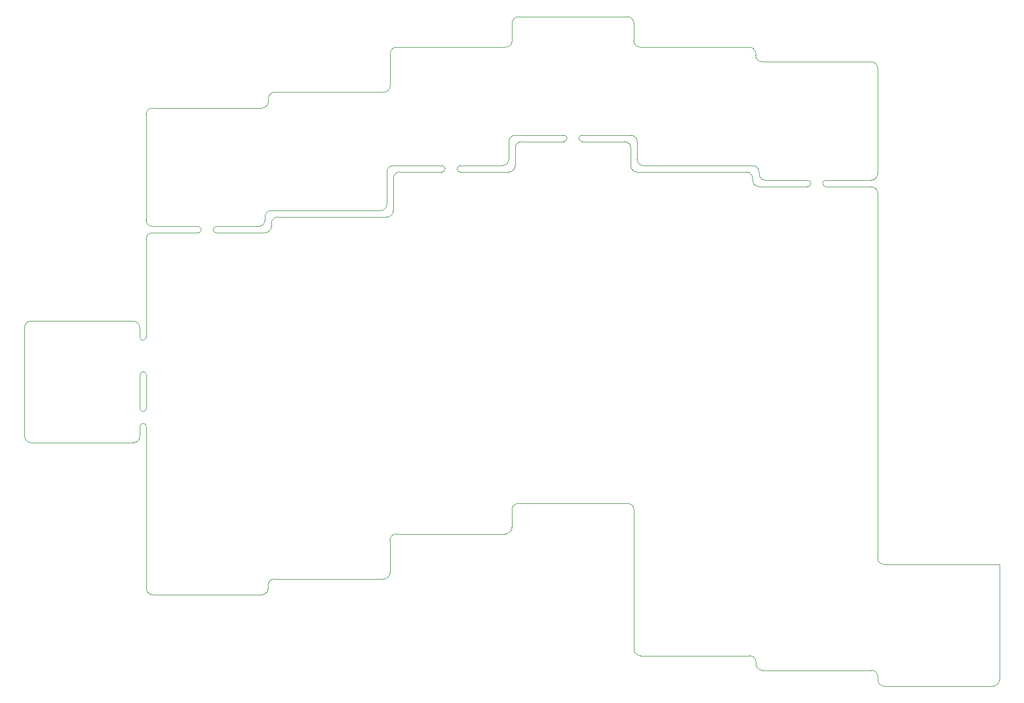
<source format=gm1>
G04 #@! TF.GenerationSoftware,KiCad,Pcbnew,(5.1.5)-3*
G04 #@! TF.CreationDate,2020-03-09T02:33:29+08:00*
G04 #@! TF.ProjectId,plate,706c6174-652e-46b6-9963-61645f706362,rev?*
G04 #@! TF.SameCoordinates,Original*
G04 #@! TF.FileFunction,Profile,NP*
%FSLAX46Y46*%
G04 Gerber Fmt 4.6, Leading zero omitted, Abs format (unit mm)*
G04 Created by KiCad (PCBNEW (5.1.5)-3) date 2020-03-09 02:33:29*
%MOMM*%
%LPD*%
G04 APERTURE LIST*
%ADD10C,0.050000*%
G04 APERTURE END LIST*
D10*
X189770000Y-122230000D02*
G75*
G02X188769801Y-121229801I0J1000199D01*
G01*
X207820000Y-122230000D02*
X207820000Y-140282500D01*
X188770000Y-64140000D02*
X188769801Y-121229801D01*
X207820000Y-122230000D02*
X189770000Y-122230000D01*
X113100000Y-66890000D02*
G75*
G02X112100000Y-67890000I-1000000J0D01*
G01*
X131150000Y-58840000D02*
G75*
G02X130150000Y-59840000I-1000000J0D01*
G01*
X150190000Y-55090000D02*
G75*
G02X151190000Y-56090000I0J-1000000D01*
G01*
X149720000Y-112707500D02*
G75*
G02X150720000Y-113707500I0J-1000000D01*
G01*
X131150000Y-56090000D02*
G75*
G02X132150000Y-55090000I1000000J0D01*
G01*
X139739901Y-55089901D02*
X132150000Y-55090000D01*
X112570000Y-123518500D02*
G75*
G02X111570000Y-124518500I-1000000J0D01*
G01*
X131150000Y-56090000D02*
X131150000Y-58840000D01*
X120689901Y-59839901D02*
X113100000Y-59840000D01*
X169250000Y-61850000D02*
X169250000Y-62140000D01*
X112100000Y-60840000D02*
G75*
G02X113100000Y-59840000I1000000J0D01*
G01*
X113100000Y-66890000D02*
X113100000Y-61840000D01*
X150190000Y-57090000D02*
X150190000Y-59850000D01*
X113100000Y-61840000D02*
G75*
G02X114100000Y-60840000I1000000J0D01*
G01*
X149190000Y-56090000D02*
G75*
G02X150190000Y-57090000I0J-1000000D01*
G01*
X95040000Y-67890000D02*
X112100000Y-67890000D01*
X177839901Y-62139901D02*
X171250000Y-62140000D01*
X93040000Y-67890000D02*
X93040000Y-68370000D01*
X168250000Y-60850000D02*
G75*
G02X169250000Y-61850000I0J-1000000D01*
G01*
X152190000Y-59850000D02*
G75*
G02X151190000Y-58850000I0J1000000D01*
G01*
X169250000Y-59850000D02*
G75*
G02X170250000Y-60850000I0J-1000000D01*
G01*
X188770000Y-61140000D02*
G75*
G02X187770000Y-62140000I-1000000J0D01*
G01*
X151190000Y-58850000D02*
X151190000Y-56090000D01*
X93040000Y-67890000D02*
G75*
G02X94040000Y-66890000I1000000J0D01*
G01*
X151190000Y-60850000D02*
G75*
G02X150190000Y-59850000I0J1000000D01*
G01*
X171250000Y-62140000D02*
G75*
G02X170250000Y-61140000I0J1000000D01*
G01*
X73520000Y-102182500D02*
G75*
G02X72520000Y-103182500I-1000000J0D01*
G01*
X131620000Y-113707500D02*
G75*
G02X132620000Y-112707500I1000000J0D01*
G01*
X82589901Y-70370099D02*
X75470000Y-70370000D01*
X132150000Y-59840000D02*
X132150000Y-57090000D01*
X187770000Y-43606000D02*
G75*
G02X188770000Y-44606000I0J-1000000D01*
G01*
X74470000Y-68370000D02*
X74470000Y-51845000D01*
X111100000Y-66890000D02*
X94040000Y-66890000D01*
X151190000Y-60850000D02*
X168250000Y-60850000D01*
X112100000Y-65890000D02*
G75*
G02X111100000Y-66890000I-1000000J0D01*
G01*
X169250000Y-59850000D02*
X152190000Y-59850000D01*
X94040000Y-69370000D02*
X94040000Y-68890000D01*
X94040000Y-68890000D02*
G75*
G02X95040000Y-67890000I1000000J0D01*
G01*
X94040000Y-69370000D02*
G75*
G02X93040000Y-70370000I-1000000J0D01*
G01*
X168770000Y-136520000D02*
G75*
G02X169770000Y-137520000I0J-1000000D01*
G01*
X75520000Y-126995000D02*
G75*
G02X74520000Y-125995000I0J1000000D01*
G01*
X112100000Y-60840000D02*
X112100000Y-65890000D01*
X133150000Y-56090000D02*
X139740000Y-56090000D01*
X75470000Y-69370000D02*
G75*
G02X74470000Y-68370000I0J1000000D01*
G01*
X170720001Y-43606000D02*
G75*
G02X169720001Y-42606000I0J1000000D01*
G01*
X114100000Y-60840000D02*
X120690000Y-60840000D01*
X93040000Y-68370000D02*
G75*
G02X92040000Y-69370000I-1000000J0D01*
G01*
X74470000Y-51845000D02*
G75*
G02X75470000Y-50845000I1000000J0D01*
G01*
X74470000Y-71370000D02*
G75*
G02X75470000Y-70370000I1000000J0D01*
G01*
X132150000Y-57090000D02*
G75*
G02X133150000Y-56090000I1000000J0D01*
G01*
X82589901Y-69369901D02*
X75470000Y-69370000D01*
X177840000Y-63140000D02*
X170250000Y-63140000D01*
X170250000Y-61140000D02*
X170250000Y-60850000D01*
X132150000Y-59840000D02*
G75*
G02X131150000Y-60840000I-1000000J0D01*
G01*
X170250000Y-63140000D02*
G75*
G02X169250000Y-62140000I0J1000000D01*
G01*
X142600099Y-56090099D02*
X149190000Y-56090000D01*
X73520000Y-102182500D02*
X73519802Y-100680000D01*
X74470000Y-86680000D02*
G75*
G02X73469802Y-86680000I-500099J0D01*
G01*
X74470000Y-71370000D02*
X74470000Y-86680000D01*
X73519802Y-92600000D02*
X73519901Y-97820000D01*
X85450099Y-70370099D02*
G75*
G02X84950000Y-69870000I0J500099D01*
G01*
X180690000Y-62139901D02*
X187770000Y-62139901D01*
X73519802Y-92600000D02*
G75*
G02X74520000Y-92600000I500099J0D01*
G01*
X187820000Y-138810000D02*
G75*
G02X188820000Y-139810000I0J-1000000D01*
G01*
X84950000Y-69870000D02*
G75*
G02X85450099Y-69369901I500099J0D01*
G01*
X139739901Y-55089901D02*
G75*
G02X140240000Y-55590000I0J-500099D01*
G01*
X85450099Y-70370099D02*
X93040000Y-70370099D01*
X74520099Y-97820000D02*
X74520000Y-92600000D01*
X178340099Y-62639901D02*
G75*
G02X177840000Y-63140000I-500099J0D01*
G01*
X123550099Y-60840099D02*
G75*
G02X123050000Y-60340000I0J500099D01*
G01*
X142600099Y-56090099D02*
G75*
G02X142100000Y-55590000I0J500099D01*
G01*
X73519802Y-100680000D02*
G75*
G02X74520000Y-100680000I500099J0D01*
G01*
X187770000Y-63140000D02*
G75*
G02X188770000Y-64140000I0J-1000000D01*
G01*
X140240099Y-55589901D02*
G75*
G02X139740000Y-56090000I-500099J0D01*
G01*
X83090000Y-69870000D02*
G75*
G02X82589901Y-70370099I-500099J0D01*
G01*
X123550099Y-59839901D02*
X130150000Y-59840000D01*
X180690000Y-63140099D02*
G75*
G02X180189901Y-62640000I0J500099D01*
G01*
X74520099Y-97820000D02*
G75*
G02X73519901Y-97820000I-500099J0D01*
G01*
X82589901Y-69369901D02*
G75*
G02X83090000Y-69870000I0J-500099D01*
G01*
X123050000Y-60340000D02*
G75*
G02X123550099Y-59839901I500099J0D01*
G01*
X73469802Y-86680000D02*
X73470000Y-85182500D01*
X180690000Y-63140099D02*
X187770000Y-63140000D01*
X74520000Y-103180000D02*
X74520000Y-100680000D01*
X177839901Y-62139901D02*
G75*
G02X178340000Y-62640000I0J-500099D01*
G01*
X123550099Y-60840099D02*
X131150000Y-60840000D01*
X180189901Y-62640000D02*
G75*
G02X180690000Y-62139901I500099J0D01*
G01*
X142100000Y-55590000D02*
G75*
G02X142600099Y-55089901I500099J0D01*
G01*
X120689901Y-59839901D02*
G75*
G02X121190000Y-60340000I0J-500099D01*
G01*
X142600099Y-55089901D02*
X150190000Y-55090000D01*
X121190099Y-60339901D02*
G75*
G02X120690000Y-60840000I-500099J0D01*
G01*
X85450099Y-69369901D02*
X92040000Y-69369901D01*
X170770000Y-138806000D02*
G75*
G02X169770000Y-137806000I0J1000000D01*
G01*
X189820000Y-141282500D02*
X206820000Y-141282500D01*
X94520000Y-124518500D02*
X111570000Y-124518500D01*
X75470000Y-50845000D02*
X92570001Y-50845000D01*
X112620001Y-42320000D02*
X112620001Y-47368500D01*
X93520000Y-125995000D02*
G75*
G02X92520000Y-126995000I-1000000J0D01*
G01*
X93570001Y-49368500D02*
G75*
G02X94570001Y-48368500I1000000J0D01*
G01*
X170720001Y-43606000D02*
X187770000Y-43606000D01*
X93520000Y-125518500D02*
X93520000Y-125995000D01*
X112620001Y-47368500D02*
G75*
G02X111620001Y-48368500I-1000000J0D01*
G01*
X168720001Y-41320000D02*
G75*
G02X169720001Y-42320000I0J-1000000D01*
G01*
X131670001Y-40320000D02*
G75*
G02X130670001Y-41320000I-1000000J0D01*
G01*
X207820000Y-140282500D02*
G75*
G02X206820000Y-141282500I-1000000J0D01*
G01*
X170770000Y-138806000D02*
X187820000Y-138810000D01*
X188820000Y-139810000D02*
X188820000Y-140282500D01*
X112620001Y-42320000D02*
G75*
G02X113620001Y-41320000I1000000J0D01*
G01*
X151670001Y-41320000D02*
G75*
G02X150670001Y-40320000I0J1000000D01*
G01*
X74520000Y-103180000D02*
X74520000Y-125995000D01*
X131620000Y-116470000D02*
G75*
G02X130620000Y-117470000I-1000000J0D01*
G01*
X169720001Y-42320000D02*
X169720001Y-42606000D01*
X189820000Y-141282500D02*
G75*
G02X188820000Y-140282500I0J1000000D01*
G01*
X55470000Y-85182500D02*
G75*
G02X56470000Y-84182500I1000000J0D01*
G01*
X149670001Y-36557500D02*
G75*
G02X150670001Y-37557500I0J-1000000D01*
G01*
X93520000Y-125518500D02*
G75*
G02X94520000Y-124518500I1000000J0D01*
G01*
X55470000Y-85182500D02*
X55470000Y-102182500D01*
X56470000Y-103182500D02*
X72520000Y-103182500D01*
X150720000Y-135520000D02*
X150720000Y-113707500D01*
X113570000Y-117470000D02*
X130620000Y-117470000D01*
X56470000Y-103182500D02*
G75*
G02X55470000Y-102182500I0J1000000D01*
G01*
X169770000Y-137520000D02*
X169770000Y-137806000D01*
X94570001Y-48368500D02*
X111620001Y-48368500D01*
X132620000Y-112707500D02*
X149720000Y-112707500D01*
X72470000Y-84182500D02*
G75*
G02X73470000Y-85182500I0J-1000000D01*
G01*
X151670001Y-41320000D02*
X168720001Y-41320000D01*
X131670001Y-37557500D02*
G75*
G02X132670001Y-36557500I1000000J0D01*
G01*
X151720000Y-136520000D02*
G75*
G02X150720000Y-135520000I0J1000000D01*
G01*
X132670001Y-36557500D02*
X149670001Y-36557500D01*
X75520000Y-126995000D02*
X92520000Y-126995000D01*
X131620000Y-113707500D02*
X131620000Y-116470000D01*
X112570000Y-118470000D02*
X112570000Y-123518500D01*
X93570001Y-49845000D02*
G75*
G02X92570001Y-50845000I-1000000J0D01*
G01*
X56470000Y-84182500D02*
X72470000Y-84182500D01*
X93570001Y-49368500D02*
X93570001Y-49845000D01*
X151720000Y-136520000D02*
X168770000Y-136520000D01*
X188770000Y-61140000D02*
X188770000Y-44606000D01*
X131670001Y-37557500D02*
X131670001Y-40320000D01*
X112570000Y-118470000D02*
G75*
G02X113570000Y-117470000I1000000J0D01*
G01*
X150670001Y-37557500D02*
X150670001Y-40320000D01*
X113620001Y-41320000D02*
X130670001Y-41320000D01*
M02*

</source>
